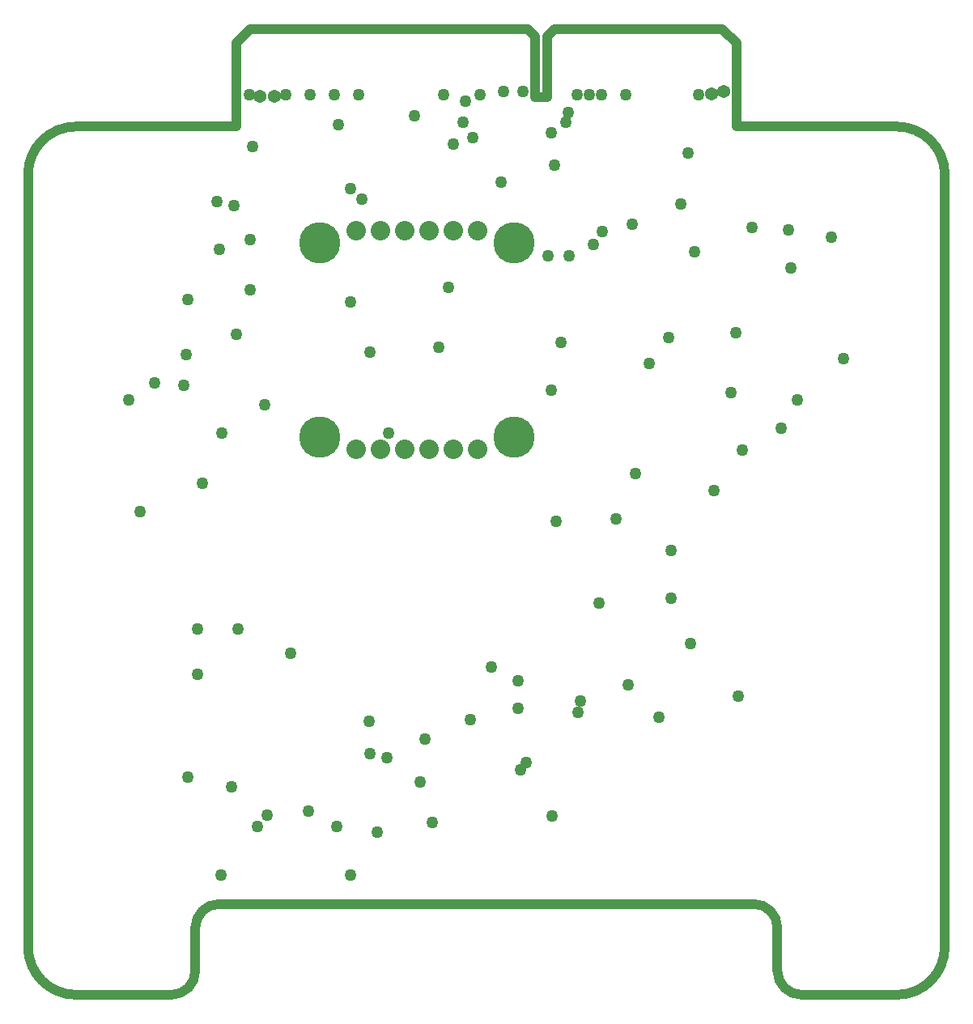
<source format=gbr>
%TF.GenerationSoftware,Altium Limited,Altium Designer,23.2.1 (34)*%
G04 Layer_Physical_Order=3*
G04 Layer_Color=128*
%FSLAX45Y45*%
%MOMM*%
%TF.SameCoordinates,CECF9715-3839-4E6E-A075-D830FB70F3A2*%
%TF.FilePolarity,Negative*%
%TF.FileFunction,Copper,L3,Inr,Plane*%
%TF.Part,Single*%
G01*
G75*
%TA.AperFunction,NonConductor*%
%ADD37C,1.01600*%
%TA.AperFunction,ComponentPad*%
%ADD38C,4.31800*%
%ADD40C,2.03200*%
%TA.AperFunction,ViaPad*%
%ADD41C,1.27000*%
%ADD42C,1.37200*%
D37*
Y500000D02*
G03*
X500000Y0I500000J0D01*
G01*
Y9080500D02*
G03*
X0Y8580500I0J-500000D01*
G01*
X9588500D02*
G03*
X9088500Y9080500I-500000J0D01*
G01*
Y0D02*
G03*
X9588500Y500000I0J500000D01*
G01*
X7838500Y250000D02*
G03*
X8088500Y0I250000J0D01*
G01*
X7838500Y700000D02*
G03*
X7588500Y950000I-250000J0D01*
G01*
X2000000D02*
G03*
X1750000Y700000I0J-250000D01*
G01*
X1500000Y0D02*
G03*
X1750000Y250000I-0J250000D01*
G01*
X0Y500000D02*
Y8580500D01*
X500000Y9080500D02*
X2176750D01*
X2176700Y9951700D02*
X2176750Y9080500D01*
X2176700Y9951700D02*
X2326700Y10101500D01*
X5228700D01*
X5303700Y10026500D01*
X5303750Y9385500D01*
X5427700D01*
Y10026500D01*
X5502700Y10101500D01*
X7261700D01*
X7411700Y9951700D01*
Y9080500D02*
Y9951700D01*
Y9080500D02*
X9088500D01*
X9588500Y500000D02*
Y8580500D01*
X8088500Y0D02*
X9088500D01*
X7838500Y250000D02*
Y700000D01*
X2000000Y950000D02*
X7588500D01*
X1750000Y250000D02*
X1750000Y700000D01*
X500000Y0D02*
X1500000D01*
D38*
X5087000Y7863000D02*
D03*
Y5831000D02*
D03*
X3055000D02*
D03*
Y7863000D02*
D03*
D40*
X4706000Y7990000D02*
D03*
X4452000D02*
D03*
X4198000D02*
D03*
X3944000D02*
D03*
X3690000D02*
D03*
X3436000D02*
D03*
Y5704000D02*
D03*
X3690000D02*
D03*
X3944000D02*
D03*
X4198000D02*
D03*
X4452000D02*
D03*
X4706000D02*
D03*
D41*
X7575000Y8025000D02*
D03*
X4400000Y7400000D02*
D03*
X3575000Y6725000D02*
D03*
X3375000Y7250000D02*
D03*
X2475000Y6175000D02*
D03*
X2025000Y5875000D02*
D03*
X1825000Y5350000D02*
D03*
X1175000Y5050000D02*
D03*
X1675000Y2275000D02*
D03*
X1775000Y3350000D02*
D03*
X4100000Y2225000D02*
D03*
X3650000Y1700000D02*
D03*
X6925000Y3675000D02*
D03*
X7425000Y3125000D02*
D03*
X6725000Y4650000D02*
D03*
X6350000Y5450000D02*
D03*
X4300000Y6775000D02*
D03*
X5475000Y6325000D02*
D03*
X5575000Y6825000D02*
D03*
X6700000Y6875000D02*
D03*
X6975000Y7775000D02*
D03*
X6500000Y6600000D02*
D03*
X7175000Y5275000D02*
D03*
X7475000Y5700000D02*
D03*
X7875000Y5925000D02*
D03*
X8525000Y6650000D02*
D03*
X7975000Y7600000D02*
D03*
X8400000Y7925000D02*
D03*
X6900000Y8800000D02*
D03*
X6825000Y8275000D02*
D03*
X4950000Y8500000D02*
D03*
X3250000Y9100000D02*
D03*
X2350000Y8875000D02*
D03*
X2000000Y7800000D02*
D03*
X2325000Y7900000D02*
D03*
Y7375000D02*
D03*
X1675000Y7275000D02*
D03*
X1650000Y6700000D02*
D03*
X1325000Y6400000D02*
D03*
X1050000Y6225000D02*
D03*
X5212269Y2425000D02*
D03*
X2125000Y2175000D02*
D03*
X2500000Y1875000D02*
D03*
X3575000Y2525000D02*
D03*
X4150000Y2675000D02*
D03*
X4975000Y9450000D02*
D03*
X5175000D02*
D03*
X3775000Y5875000D02*
D03*
X5750000Y2950000D02*
D03*
X5775000Y3075000D02*
D03*
X5150000Y2350000D02*
D03*
X1625000Y6375000D02*
D03*
X4575000Y9350000D02*
D03*
X5650000Y9225000D02*
D03*
X4550000Y9125000D02*
D03*
X4650000Y8967920D02*
D03*
X4450000Y8900000D02*
D03*
X5625000Y9125000D02*
D03*
X7400000Y6925000D02*
D03*
X7350000Y6300000D02*
D03*
X2200000Y3825000D02*
D03*
X8050000Y6225000D02*
D03*
X1775000Y3825000D02*
D03*
X6725000Y4150000D02*
D03*
X5975000Y4100000D02*
D03*
X4850000Y3425000D02*
D03*
X6150000Y4975000D02*
D03*
X5525000Y4950000D02*
D03*
X7950000Y8000000D02*
D03*
X2750000Y3575000D02*
D03*
X1975000Y8300000D02*
D03*
X5125000Y3000000D02*
D03*
X2150000Y8250000D02*
D03*
X5125000Y3284380D02*
D03*
X4625000Y2875000D02*
D03*
X3563620Y2862580D02*
D03*
X2932889Y1922889D02*
D03*
X2020000Y1250000D02*
D03*
X3370000D02*
D03*
X2180000Y6910000D02*
D03*
X5470000Y9020000D02*
D03*
X5510000Y8680000D02*
D03*
X6010000Y7980000D02*
D03*
X5440000Y7730000D02*
D03*
X6320000Y8060000D02*
D03*
X5910000Y7850000D02*
D03*
X4040000Y9190000D02*
D03*
X5660000Y7730000D02*
D03*
X6280000Y3240000D02*
D03*
X3230000Y1760000D02*
D03*
X2400000D02*
D03*
X3370000Y8430000D02*
D03*
X3490000Y8320000D02*
D03*
X3750000Y2480000D02*
D03*
X6600000Y2900000D02*
D03*
X4230000Y1800000D02*
D03*
X5480000Y1870000D02*
D03*
X7016700Y9410000D02*
D03*
X6254700D02*
D03*
X6000700D02*
D03*
X5873700D02*
D03*
X5746700D02*
D03*
X4730700D02*
D03*
X4349700D02*
D03*
X3460700D02*
D03*
X3206700D02*
D03*
X2952700D02*
D03*
X2698700D02*
D03*
X2317700D02*
D03*
D42*
X7275000Y9450000D02*
D03*
X7150000Y9425000D02*
D03*
X2575000Y9400000D02*
D03*
X2425000D02*
D03*
%TF.MD5,0d7791766f916a96ba8b101557067148*%
M02*

</source>
